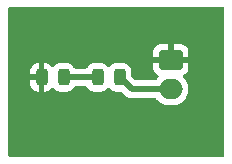
<source format=gbr>
%TF.GenerationSoftware,KiCad,Pcbnew,9.0.6-9.0.6~ubuntu24.04.1*%
%TF.CreationDate,2025-12-28T18:57:46+05:30*%
%TF.ProjectId,led,6c65642e-6b69-4636-9164-5f7063625858,rev?*%
%TF.SameCoordinates,PX7270e00PY47c3950*%
%TF.FileFunction,Copper,L2,Bot*%
%TF.FilePolarity,Positive*%
%FSLAX46Y46*%
G04 Gerber Fmt 4.6, Leading zero omitted, Abs format (unit mm)*
G04 Created by KiCad (PCBNEW 9.0.6-9.0.6~ubuntu24.04.1) date 2025-12-28 18:57:46*
%MOMM*%
%LPD*%
G01*
G04 APERTURE LIST*
G04 Aperture macros list*
%AMRoundRect*
0 Rectangle with rounded corners*
0 $1 Rounding radius*
0 $2 $3 $4 $5 $6 $7 $8 $9 X,Y pos of 4 corners*
0 Add a 4 corners polygon primitive as box body*
4,1,4,$2,$3,$4,$5,$6,$7,$8,$9,$2,$3,0*
0 Add four circle primitives for the rounded corners*
1,1,$1+$1,$2,$3*
1,1,$1+$1,$4,$5*
1,1,$1+$1,$6,$7*
1,1,$1+$1,$8,$9*
0 Add four rect primitives between the rounded corners*
20,1,$1+$1,$2,$3,$4,$5,0*
20,1,$1+$1,$4,$5,$6,$7,0*
20,1,$1+$1,$6,$7,$8,$9,0*
20,1,$1+$1,$8,$9,$2,$3,0*%
G04 Aperture macros list end*
%TA.AperFunction,SMDPad,CuDef*%
%ADD10RoundRect,0.243750X-0.243750X-0.456250X0.243750X-0.456250X0.243750X0.456250X-0.243750X0.456250X0*%
%TD*%
%TA.AperFunction,ComponentPad*%
%ADD11RoundRect,0.250000X-0.750000X0.600000X-0.750000X-0.600000X0.750000X-0.600000X0.750000X0.600000X0*%
%TD*%
%TA.AperFunction,ComponentPad*%
%ADD12O,2.000000X1.700000*%
%TD*%
%TA.AperFunction,Conductor*%
%ADD13C,0.500000*%
%TD*%
G04 APERTURE END LIST*
D10*
%TO.P,R1,1*%
%TO.N,Net-(D1-A)*%
X7562500Y6750000D03*
%TO.P,R1,2*%
%TO.N,VCC*%
X9437500Y6750000D03*
%TD*%
D11*
%TO.P,J1,1,Pin_1*%
%TO.N,GND*%
X13750000Y8250000D03*
D12*
%TO.P,J1,2,Pin_2*%
%TO.N,VCC*%
X13750000Y5750000D03*
%TD*%
D10*
%TO.P,D1,1,K*%
%TO.N,GND*%
X2812500Y6750000D03*
%TO.P,D1,2,A*%
%TO.N,Net-(D1-A)*%
X4687500Y6750000D03*
%TD*%
D13*
%TO.N,Net-(D1-A)*%
X7562500Y6750000D02*
X4687500Y6750000D01*
%TO.N,VCC*%
X13750000Y5750000D02*
X10437500Y5750000D01*
X10437500Y5750000D02*
X9437500Y6750000D01*
%TD*%
%TA.AperFunction,Conductor*%
%TO.N,GND*%
G36*
X18192539Y12729815D02*
G01*
X18238294Y12677011D01*
X18249500Y12625500D01*
X18249500Y124500D01*
X18229815Y57461D01*
X18177011Y11706D01*
X18125500Y500D01*
X139863Y500D01*
X72824Y20185D01*
X27069Y72989D01*
X15863Y124500D01*
X15863Y6244185D01*
X1825000Y6244185D01*
X1835407Y6142327D01*
X1890094Y5977291D01*
X1890096Y5977286D01*
X1981370Y5829309D01*
X2104308Y5706371D01*
X2252285Y5615097D01*
X2252290Y5615095D01*
X2417326Y5560408D01*
X2519184Y5550001D01*
X2519197Y5550000D01*
X2562500Y5550000D01*
X2562500Y6500000D01*
X1825000Y6500000D01*
X1825000Y6244185D01*
X15863Y6244185D01*
X15863Y7255816D01*
X1825000Y7255816D01*
X1825000Y7000000D01*
X2562500Y7000000D01*
X2562500Y7950000D01*
X3062500Y7950000D01*
X3062500Y5550000D01*
X3105803Y5550000D01*
X3105815Y5550001D01*
X3207673Y5560408D01*
X3372709Y5615095D01*
X3372714Y5615097D01*
X3520691Y5706371D01*
X3643628Y5829308D01*
X3644159Y5830168D01*
X3644680Y5830637D01*
X3648112Y5834977D01*
X3648853Y5834392D01*
X3696101Y5876898D01*
X3765063Y5888128D01*
X3829148Y5860292D01*
X3851413Y5834602D01*
X3851493Y5834664D01*
X3852890Y5832897D01*
X3855238Y5830188D01*
X3855968Y5829005D01*
X3855974Y5828997D01*
X3978996Y5705975D01*
X3979000Y5705972D01*
X4127066Y5614643D01*
X4127069Y5614642D01*
X4127075Y5614638D01*
X4292225Y5559913D01*
X4394152Y5549500D01*
X4394157Y5549500D01*
X4980843Y5549500D01*
X4980848Y5549500D01*
X5082775Y5559913D01*
X5247925Y5614638D01*
X5396003Y5705974D01*
X5519026Y5828997D01*
X5587863Y5940600D01*
X5639809Y5987321D01*
X5693400Y5999500D01*
X6556600Y5999500D01*
X6623639Y5979815D01*
X6662136Y5940600D01*
X6730969Y5829005D01*
X6730975Y5828996D01*
X6853996Y5705975D01*
X6854000Y5705972D01*
X7002066Y5614643D01*
X7002069Y5614642D01*
X7002075Y5614638D01*
X7167225Y5559913D01*
X7269152Y5549500D01*
X7269157Y5549500D01*
X7855843Y5549500D01*
X7855848Y5549500D01*
X7957775Y5559913D01*
X8122925Y5614638D01*
X8271003Y5705974D01*
X8394026Y5828997D01*
X8394458Y5829699D01*
X8394881Y5830079D01*
X8398507Y5834664D01*
X8399290Y5834045D01*
X8446402Y5876425D01*
X8515364Y5887651D01*
X8579448Y5859812D01*
X8601342Y5834545D01*
X8601493Y5834664D01*
X8604143Y5831313D01*
X8605540Y5829701D01*
X8605969Y5829005D01*
X8605975Y5828996D01*
X8728996Y5705975D01*
X8729000Y5705972D01*
X8877066Y5614643D01*
X8877069Y5614642D01*
X8877075Y5614638D01*
X9042225Y5559913D01*
X9144152Y5549500D01*
X9525271Y5549500D01*
X9592310Y5529815D01*
X9612952Y5513181D01*
X9854549Y5271584D01*
X9959084Y5167049D01*
X9959087Y5167047D01*
X9959088Y5167046D01*
X10082003Y5084917D01*
X10082006Y5084915D01*
X10132165Y5064139D01*
X10138580Y5061482D01*
X10218588Y5028341D01*
X10334741Y5005237D01*
X10357880Y5000635D01*
X10363581Y4999500D01*
X10363582Y4999500D01*
X10363583Y4999500D01*
X10511418Y4999500D01*
X12412779Y4999500D01*
X12479818Y4979815D01*
X12513097Y4948385D01*
X12569892Y4870212D01*
X12720213Y4719891D01*
X12892179Y4594952D01*
X12892181Y4594951D01*
X12892184Y4594949D01*
X13081588Y4498443D01*
X13283757Y4432754D01*
X13493713Y4399500D01*
X13493714Y4399500D01*
X14006286Y4399500D01*
X14006287Y4399500D01*
X14216243Y4432754D01*
X14418412Y4498443D01*
X14607816Y4594949D01*
X14629789Y4610914D01*
X14779786Y4719891D01*
X14779788Y4719894D01*
X14779792Y4719896D01*
X14930104Y4870208D01*
X14930106Y4870212D01*
X14930109Y4870214D01*
X15055048Y5042180D01*
X15055047Y5042180D01*
X15055051Y5042184D01*
X15151557Y5231588D01*
X15217246Y5433757D01*
X15250500Y5643713D01*
X15250500Y5856287D01*
X15217246Y6066243D01*
X15151557Y6268412D01*
X15055051Y6457816D01*
X15055049Y6457819D01*
X15055048Y6457821D01*
X14930109Y6629787D01*
X14790931Y6768965D01*
X14757446Y6830288D01*
X14762430Y6899980D01*
X14804302Y6955913D01*
X14813516Y6962185D01*
X14968343Y7057683D01*
X15092315Y7181655D01*
X15184356Y7330876D01*
X15184358Y7330881D01*
X15239505Y7497303D01*
X15239506Y7497310D01*
X15249999Y7600014D01*
X15250000Y7600027D01*
X15250000Y8000000D01*
X14183012Y8000000D01*
X14215925Y8057007D01*
X14250000Y8184174D01*
X14250000Y8315826D01*
X14215925Y8442993D01*
X14183012Y8500000D01*
X15249999Y8500000D01*
X15249999Y8899972D01*
X15249998Y8899987D01*
X15239505Y9002698D01*
X15184358Y9169120D01*
X15184356Y9169125D01*
X15092315Y9318346D01*
X14968345Y9442316D01*
X14819124Y9534357D01*
X14819119Y9534359D01*
X14652697Y9589506D01*
X14652690Y9589507D01*
X14549986Y9600000D01*
X14000000Y9600000D01*
X14000000Y8683012D01*
X13942993Y8715925D01*
X13815826Y8750000D01*
X13684174Y8750000D01*
X13557007Y8715925D01*
X13500000Y8683012D01*
X13500000Y9600000D01*
X12950028Y9600000D01*
X12950012Y9599999D01*
X12847302Y9589506D01*
X12680880Y9534359D01*
X12680875Y9534357D01*
X12531654Y9442316D01*
X12407684Y9318346D01*
X12315643Y9169125D01*
X12315641Y9169120D01*
X12260494Y9002698D01*
X12260493Y9002691D01*
X12250000Y8899987D01*
X12250000Y8500000D01*
X13316988Y8500000D01*
X13284075Y8442993D01*
X13250000Y8315826D01*
X13250000Y8184174D01*
X13284075Y8057007D01*
X13316988Y8000000D01*
X12250001Y8000000D01*
X12250001Y7600014D01*
X12260494Y7497303D01*
X12315641Y7330881D01*
X12315643Y7330876D01*
X12407684Y7181655D01*
X12531654Y7057685D01*
X12686484Y6962185D01*
X12733208Y6910237D01*
X12744431Y6841274D01*
X12716587Y6777192D01*
X12709069Y6768965D01*
X12569892Y6629788D01*
X12513097Y6551615D01*
X12457767Y6508949D01*
X12412779Y6500500D01*
X10799729Y6500500D01*
X10732690Y6520185D01*
X10712048Y6536819D01*
X10461819Y6787049D01*
X10428334Y6848372D01*
X10425500Y6874730D01*
X10425500Y7255843D01*
X10425499Y7255856D01*
X10415087Y7357775D01*
X10360362Y7522925D01*
X10360358Y7522931D01*
X10360357Y7522934D01*
X10269028Y7671000D01*
X10269025Y7671004D01*
X10146003Y7794026D01*
X10145999Y7794029D01*
X9997933Y7885358D01*
X9997927Y7885361D01*
X9997925Y7885362D01*
X9997922Y7885363D01*
X9832776Y7940087D01*
X9730855Y7950500D01*
X9730848Y7950500D01*
X9144152Y7950500D01*
X9144144Y7950500D01*
X9042223Y7940087D01*
X8877077Y7885363D01*
X8877066Y7885358D01*
X8729000Y7794029D01*
X8728996Y7794026D01*
X8605974Y7671004D01*
X8605971Y7671000D01*
X8605538Y7670297D01*
X8605114Y7669917D01*
X8601493Y7665336D01*
X8600710Y7665955D01*
X8553590Y7623572D01*
X8484628Y7612351D01*
X8420546Y7640194D01*
X8398657Y7665456D01*
X8398507Y7665336D01*
X8395859Y7668685D01*
X8394462Y7670297D01*
X8394028Y7671000D01*
X8394025Y7671004D01*
X8271003Y7794026D01*
X8270999Y7794029D01*
X8122933Y7885358D01*
X8122927Y7885361D01*
X8122925Y7885362D01*
X8122922Y7885363D01*
X7957776Y7940087D01*
X7855855Y7950500D01*
X7855848Y7950500D01*
X7269152Y7950500D01*
X7269144Y7950500D01*
X7167223Y7940087D01*
X7002077Y7885363D01*
X7002066Y7885358D01*
X6854000Y7794029D01*
X6853996Y7794026D01*
X6730975Y7671005D01*
X6727347Y7665123D01*
X6662136Y7559401D01*
X6610191Y7512679D01*
X6556600Y7500500D01*
X5693400Y7500500D01*
X5626361Y7520185D01*
X5587863Y7559401D01*
X5519026Y7671003D01*
X5396003Y7794026D01*
X5395999Y7794029D01*
X5247933Y7885358D01*
X5247927Y7885361D01*
X5247925Y7885362D01*
X5247922Y7885363D01*
X5082776Y7940087D01*
X4980855Y7950500D01*
X4980848Y7950500D01*
X4394152Y7950500D01*
X4394144Y7950500D01*
X4292223Y7940087D01*
X4127077Y7885363D01*
X4127066Y7885358D01*
X3979000Y7794029D01*
X3978996Y7794026D01*
X3855974Y7671004D01*
X3855967Y7670995D01*
X3855234Y7669806D01*
X3854519Y7669164D01*
X3851493Y7665336D01*
X3850838Y7665854D01*
X3803280Y7623089D01*
X3734316Y7611877D01*
X3670238Y7639729D01*
X3648238Y7665123D01*
X3648112Y7665023D01*
X3645885Y7667839D01*
X3644163Y7669827D01*
X3643630Y7670691D01*
X3520691Y7793630D01*
X3372714Y7884904D01*
X3372709Y7884906D01*
X3207673Y7939593D01*
X3105815Y7950000D01*
X3062500Y7950000D01*
X2562500Y7950000D01*
X2519184Y7950000D01*
X2417326Y7939593D01*
X2252290Y7884906D01*
X2252285Y7884904D01*
X2104308Y7793630D01*
X1981370Y7670692D01*
X1890096Y7522715D01*
X1890094Y7522710D01*
X1835407Y7357674D01*
X1825000Y7255816D01*
X15863Y7255816D01*
X15863Y12625500D01*
X35548Y12692539D01*
X88352Y12738294D01*
X139863Y12749500D01*
X18125500Y12749500D01*
X18192539Y12729815D01*
G37*
%TD.AperFunction*%
%TD*%
M02*

</source>
